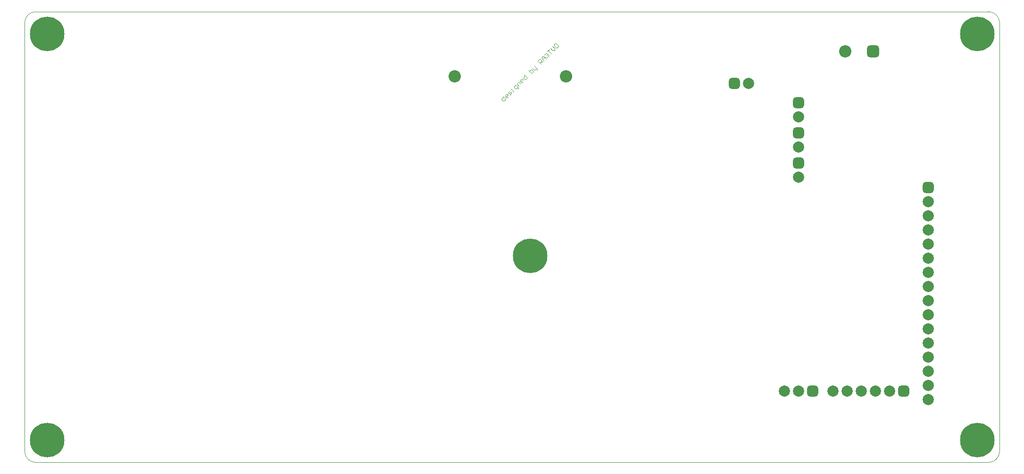
<source format=gbs>
G04 Layer_Color=16711935*
%FSLAX43Y43*%
%MOMM*%
G71*
G01*
G75*
%ADD121C,0.100*%
%ADD221C,2.003*%
G04:AMPARAMS|DCode=222|XSize=2.003mm|YSize=2.003mm|CornerRadius=0.552mm|HoleSize=0mm|Usage=FLASHONLY|Rotation=270.000|XOffset=0mm|YOffset=0mm|HoleType=Round|Shape=RoundedRectangle|*
%AMROUNDEDRECTD222*
21,1,2.003,0.900,0,0,270.0*
21,1,0.900,2.003,0,0,270.0*
1,1,1.103,-0.450,-0.450*
1,1,1.103,-0.450,0.450*
1,1,1.103,0.450,0.450*
1,1,1.103,0.450,-0.450*
%
%ADD222ROUNDEDRECTD222*%
G04:AMPARAMS|DCode=223|XSize=2.003mm|YSize=2.003mm|CornerRadius=0.552mm|HoleSize=0mm|Usage=FLASHONLY|Rotation=180.000|XOffset=0mm|YOffset=0mm|HoleType=Round|Shape=RoundedRectangle|*
%AMROUNDEDRECTD223*
21,1,2.003,0.900,0,0,180.0*
21,1,0.900,2.003,0,0,180.0*
1,1,1.103,-0.450,0.450*
1,1,1.103,0.450,0.450*
1,1,1.103,0.450,-0.450*
1,1,1.103,-0.450,-0.450*
%
%ADD223ROUNDEDRECTD223*%
G04:AMPARAMS|DCode=224|XSize=2.203mm|YSize=2.203mm|CornerRadius=0.602mm|HoleSize=0mm|Usage=FLASHONLY|Rotation=180.000|XOffset=0mm|YOffset=0mm|HoleType=Round|Shape=RoundedRectangle|*
%AMROUNDEDRECTD224*
21,1,2.203,1.000,0,0,180.0*
21,1,1.000,2.203,0,0,180.0*
1,1,1.203,-0.500,0.500*
1,1,1.203,0.500,0.500*
1,1,1.203,0.500,-0.500*
1,1,1.203,-0.500,-0.500*
%
%ADD224ROUNDEDRECTD224*%
%ADD225C,2.203*%
%ADD226C,6.203*%
D121*
X111187Y120243D02*
X111752Y119677D01*
X111469Y119394D01*
X111281D01*
X111092Y119583D01*
X111092Y119771D01*
X111375Y120054D01*
X112223Y120148D02*
X112035Y119960D01*
X111846D01*
X111658Y120148D01*
X111658Y120337D01*
X111846Y120525D01*
X112035D01*
X112129Y120431D01*
X111752Y120054D01*
X112506Y120431D02*
X112789Y120714D01*
X112789Y120902D01*
X112600D01*
X112412Y120714D01*
X112223D01*
X112223Y120902D01*
X112506Y121185D01*
X113072Y120997D02*
X113260Y121185D01*
X113166Y121091D01*
X112789Y121468D01*
X112695Y121374D01*
X113920Y121468D02*
X114014Y121562D01*
Y121751D01*
X113543Y122222D01*
X113260Y121939D01*
Y121751D01*
X113449Y121562D01*
X113637D01*
X113920Y121845D01*
X114108Y122033D02*
X113731Y122410D01*
X114014Y122693D01*
X114203D01*
X114485Y122410D01*
X114957Y122882D02*
X114768Y122693D01*
X114580D01*
X114391Y122882D01*
Y123070D01*
X114580Y123259D01*
X114768D01*
X114862Y123164D01*
X114485Y122787D01*
X115051Y124107D02*
X115616Y123541D01*
X115334Y123259D01*
X115145D01*
X114957Y123447D01*
Y123636D01*
X115239Y123918D01*
X115805Y124861D02*
X116370Y124295D01*
X116653Y124578D01*
X116653Y124767D01*
X116559Y124861D01*
X116465Y124955D01*
X116276D01*
X115993Y124672D01*
X116559Y125238D02*
X116842Y124955D01*
X117030D01*
X117313Y125238D01*
X117407Y125144D01*
Y124955D01*
X117313Y124861D01*
Y125238D02*
X116936Y125615D01*
X118067Y125992D02*
X117501Y126557D01*
X117784Y126840D01*
X117973D01*
X118161Y126652D01*
X118161Y126463D01*
X117878Y126180D01*
X118067Y126369D02*
X118444D01*
X118632Y126557D02*
X118255Y126934D01*
Y127311D01*
X118632D01*
X119009Y126934D01*
X118727Y127217D01*
X118350Y126840D01*
X118727Y127594D02*
X118727Y127783D01*
X118915Y127971D01*
X119104D01*
X119198Y127877D01*
Y127688D01*
X119104Y127594D01*
X119198Y127688D01*
X119386Y127688D01*
X119481Y127594D01*
X119481Y127406D01*
X119292Y127217D01*
X119104D01*
X119198Y128254D02*
X119575Y128631D01*
X119386Y128442D01*
X119952Y127877D01*
X119763Y128819D02*
X120140Y128442D01*
X120517D01*
Y128819D01*
X120140Y129196D01*
X120329Y129385D02*
X120894Y128819D01*
X121177Y129102D01*
X121177Y129291D01*
X120800Y129668D01*
X120612D01*
X120329Y129385D01*
X200400Y133400D02*
G03*
X198400Y135400I-2000J0D01*
G01*
X27400Y135400D02*
G03*
X25400Y133400I0J-2000D01*
G01*
Y56400D02*
G03*
X27400Y54400I2000J0D01*
G01*
X198400D02*
G03*
X200400Y56400I0J2000D01*
G01*
X200400D02*
Y133400D01*
X27400Y135400D02*
X198400D01*
X25400Y133400D02*
X25400Y56400D01*
X27400Y54400D02*
X198400Y54400D01*
D221*
X173040Y67200D02*
D03*
X170500D02*
D03*
X175580D02*
D03*
X178120D02*
D03*
X180660D02*
D03*
X155300Y122500D02*
D03*
X161800Y67200D02*
D03*
X164340D02*
D03*
X187600Y68240D02*
D03*
Y65700D02*
D03*
Y70780D02*
D03*
Y73320D02*
D03*
Y86020D02*
D03*
Y88560D02*
D03*
Y83480D02*
D03*
Y80940D02*
D03*
Y75860D02*
D03*
Y78400D02*
D03*
Y93640D02*
D03*
Y91100D02*
D03*
Y96180D02*
D03*
Y98720D02*
D03*
Y101260D02*
D03*
X164300Y116460D02*
D03*
Y111060D02*
D03*
Y105660D02*
D03*
D222*
X183200Y67200D02*
D03*
X152760Y122500D02*
D03*
X166880Y67200D02*
D03*
D223*
X187600Y103800D02*
D03*
X164300Y119000D02*
D03*
Y113600D02*
D03*
Y108200D02*
D03*
D224*
X177700Y128300D02*
D03*
D225*
X172700D02*
D03*
X102600Y123800D02*
D03*
X122600D02*
D03*
D226*
X29400Y58400D02*
D03*
X196400Y131400D02*
D03*
X29400D02*
D03*
X196400Y58400D02*
D03*
X116100Y91500D02*
D03*
M02*

</source>
